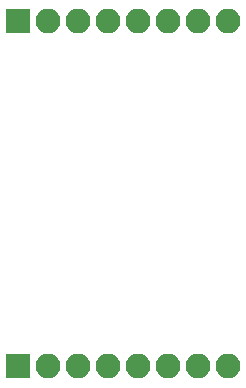
<source format=gbs>
G04 #@! TF.FileFunction,Soldermask,Bot*
%FSLAX46Y46*%
G04 Gerber Fmt 4.6, Leading zero omitted, Abs format (unit mm)*
G04 Created by KiCad (PCBNEW 4.0.7-e2-6376~58~ubuntu17.04.1) date Fri Oct 27 10:19:20 2017*
%MOMM*%
%LPD*%
G01*
G04 APERTURE LIST*
%ADD10C,0.100000*%
%ADD11R,2.100000X2.100000*%
%ADD12O,2.100000X2.100000*%
G04 APERTURE END LIST*
D10*
D11*
X167640000Y-135255000D03*
D12*
X170180000Y-135255000D03*
X172720000Y-135255000D03*
X175260000Y-135255000D03*
X177800000Y-135255000D03*
X180340000Y-135255000D03*
X182880000Y-135255000D03*
X185420000Y-135255000D03*
D11*
X167640000Y-106045000D03*
D12*
X170180000Y-106045000D03*
X172720000Y-106045000D03*
X175260000Y-106045000D03*
X177800000Y-106045000D03*
X180340000Y-106045000D03*
X182880000Y-106045000D03*
X185420000Y-106045000D03*
M02*

</source>
